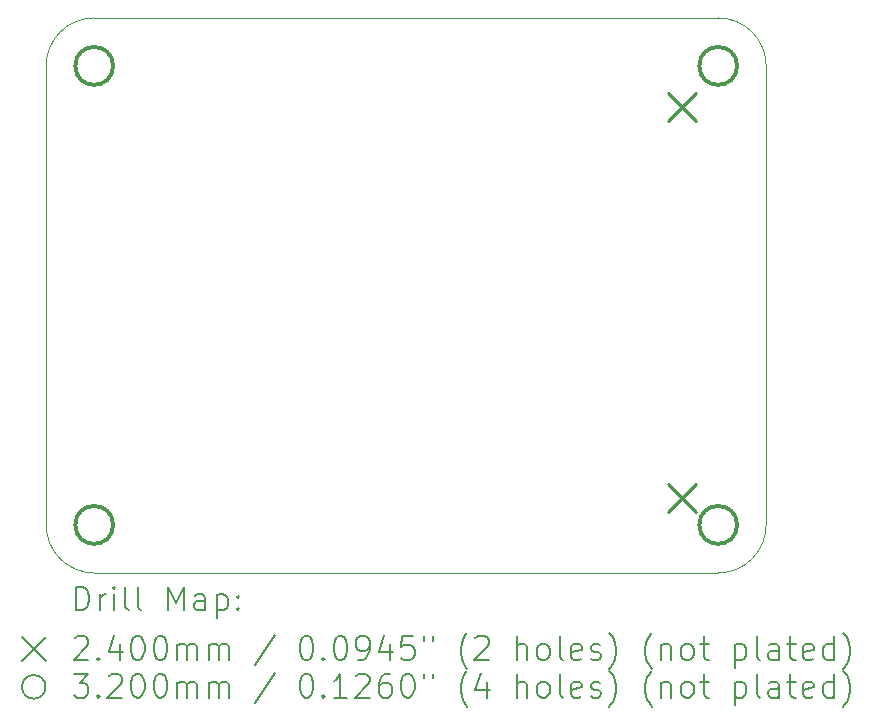
<source format=gbr>
%FSLAX45Y45*%
G04 Gerber Fmt 4.5, Leading zero omitted, Abs format (unit mm)*
G04 Created by KiCad (PCBNEW (6.0.0)) date 2022-01-04 00:39:00*
%MOMM*%
%LPD*%
G01*
G04 APERTURE LIST*
%TA.AperFunction,Profile*%
%ADD10C,0.100000*%
%TD*%
%ADD11C,0.200000*%
%ADD12C,0.240000*%
%ADD13C,0.320000*%
G04 APERTURE END LIST*
D10*
X12979400Y-4445000D02*
X18262600Y-4445000D01*
X12573000Y-8737600D02*
X12573000Y-4851400D01*
X12979400Y-4445000D02*
G75*
G03*
X12573000Y-4851400I0J-406400D01*
G01*
X18669000Y-4851400D02*
X18669000Y-8737600D01*
X18262600Y-9144000D02*
X12979400Y-9144000D01*
X12573000Y-8737600D02*
G75*
G03*
X12979400Y-9144000I406400J0D01*
G01*
X18669000Y-4851400D02*
G75*
G03*
X18262600Y-4445000I-406400J0D01*
G01*
X18262600Y-9144000D02*
G75*
G03*
X18669000Y-8737600I0J406400D01*
G01*
D11*
D12*
X17837750Y-5077500D02*
X18077750Y-5317500D01*
X18077750Y-5077500D02*
X17837750Y-5317500D01*
X17837750Y-8387500D02*
X18077750Y-8627500D01*
X18077750Y-8387500D02*
X17837750Y-8627500D01*
D13*
X13139400Y-4851400D02*
G75*
G03*
X13139400Y-4851400I-160000J0D01*
G01*
X13139400Y-8737600D02*
G75*
G03*
X13139400Y-8737600I-160000J0D01*
G01*
X18422600Y-4851400D02*
G75*
G03*
X18422600Y-4851400I-160000J0D01*
G01*
X18422600Y-8737600D02*
G75*
G03*
X18422600Y-8737600I-160000J0D01*
G01*
D11*
X12825619Y-9459476D02*
X12825619Y-9259476D01*
X12873238Y-9259476D01*
X12901809Y-9269000D01*
X12920857Y-9288048D01*
X12930381Y-9307095D01*
X12939905Y-9345190D01*
X12939905Y-9373762D01*
X12930381Y-9411857D01*
X12920857Y-9430905D01*
X12901809Y-9449952D01*
X12873238Y-9459476D01*
X12825619Y-9459476D01*
X13025619Y-9459476D02*
X13025619Y-9326143D01*
X13025619Y-9364238D02*
X13035143Y-9345190D01*
X13044667Y-9335667D01*
X13063714Y-9326143D01*
X13082762Y-9326143D01*
X13149428Y-9459476D02*
X13149428Y-9326143D01*
X13149428Y-9259476D02*
X13139905Y-9269000D01*
X13149428Y-9278524D01*
X13158952Y-9269000D01*
X13149428Y-9259476D01*
X13149428Y-9278524D01*
X13273238Y-9459476D02*
X13254190Y-9449952D01*
X13244667Y-9430905D01*
X13244667Y-9259476D01*
X13378000Y-9459476D02*
X13358952Y-9449952D01*
X13349428Y-9430905D01*
X13349428Y-9259476D01*
X13606571Y-9459476D02*
X13606571Y-9259476D01*
X13673238Y-9402333D01*
X13739905Y-9259476D01*
X13739905Y-9459476D01*
X13920857Y-9459476D02*
X13920857Y-9354714D01*
X13911333Y-9335667D01*
X13892286Y-9326143D01*
X13854190Y-9326143D01*
X13835143Y-9335667D01*
X13920857Y-9449952D02*
X13901809Y-9459476D01*
X13854190Y-9459476D01*
X13835143Y-9449952D01*
X13825619Y-9430905D01*
X13825619Y-9411857D01*
X13835143Y-9392810D01*
X13854190Y-9383286D01*
X13901809Y-9383286D01*
X13920857Y-9373762D01*
X14016095Y-9326143D02*
X14016095Y-9526143D01*
X14016095Y-9335667D02*
X14035143Y-9326143D01*
X14073238Y-9326143D01*
X14092286Y-9335667D01*
X14101809Y-9345190D01*
X14111333Y-9364238D01*
X14111333Y-9421381D01*
X14101809Y-9440429D01*
X14092286Y-9449952D01*
X14073238Y-9459476D01*
X14035143Y-9459476D01*
X14016095Y-9449952D01*
X14197048Y-9440429D02*
X14206571Y-9449952D01*
X14197048Y-9459476D01*
X14187524Y-9449952D01*
X14197048Y-9440429D01*
X14197048Y-9459476D01*
X14197048Y-9335667D02*
X14206571Y-9345190D01*
X14197048Y-9354714D01*
X14187524Y-9345190D01*
X14197048Y-9335667D01*
X14197048Y-9354714D01*
X12368000Y-9689000D02*
X12568000Y-9889000D01*
X12568000Y-9689000D02*
X12368000Y-9889000D01*
X12816095Y-9698524D02*
X12825619Y-9689000D01*
X12844667Y-9679476D01*
X12892286Y-9679476D01*
X12911333Y-9689000D01*
X12920857Y-9698524D01*
X12930381Y-9717571D01*
X12930381Y-9736619D01*
X12920857Y-9765190D01*
X12806571Y-9879476D01*
X12930381Y-9879476D01*
X13016095Y-9860429D02*
X13025619Y-9869952D01*
X13016095Y-9879476D01*
X13006571Y-9869952D01*
X13016095Y-9860429D01*
X13016095Y-9879476D01*
X13197048Y-9746143D02*
X13197048Y-9879476D01*
X13149428Y-9669952D02*
X13101809Y-9812810D01*
X13225619Y-9812810D01*
X13339905Y-9679476D02*
X13358952Y-9679476D01*
X13378000Y-9689000D01*
X13387524Y-9698524D01*
X13397048Y-9717571D01*
X13406571Y-9755667D01*
X13406571Y-9803286D01*
X13397048Y-9841381D01*
X13387524Y-9860429D01*
X13378000Y-9869952D01*
X13358952Y-9879476D01*
X13339905Y-9879476D01*
X13320857Y-9869952D01*
X13311333Y-9860429D01*
X13301809Y-9841381D01*
X13292286Y-9803286D01*
X13292286Y-9755667D01*
X13301809Y-9717571D01*
X13311333Y-9698524D01*
X13320857Y-9689000D01*
X13339905Y-9679476D01*
X13530381Y-9679476D02*
X13549428Y-9679476D01*
X13568476Y-9689000D01*
X13578000Y-9698524D01*
X13587524Y-9717571D01*
X13597048Y-9755667D01*
X13597048Y-9803286D01*
X13587524Y-9841381D01*
X13578000Y-9860429D01*
X13568476Y-9869952D01*
X13549428Y-9879476D01*
X13530381Y-9879476D01*
X13511333Y-9869952D01*
X13501809Y-9860429D01*
X13492286Y-9841381D01*
X13482762Y-9803286D01*
X13482762Y-9755667D01*
X13492286Y-9717571D01*
X13501809Y-9698524D01*
X13511333Y-9689000D01*
X13530381Y-9679476D01*
X13682762Y-9879476D02*
X13682762Y-9746143D01*
X13682762Y-9765190D02*
X13692286Y-9755667D01*
X13711333Y-9746143D01*
X13739905Y-9746143D01*
X13758952Y-9755667D01*
X13768476Y-9774714D01*
X13768476Y-9879476D01*
X13768476Y-9774714D02*
X13778000Y-9755667D01*
X13797048Y-9746143D01*
X13825619Y-9746143D01*
X13844667Y-9755667D01*
X13854190Y-9774714D01*
X13854190Y-9879476D01*
X13949428Y-9879476D02*
X13949428Y-9746143D01*
X13949428Y-9765190D02*
X13958952Y-9755667D01*
X13978000Y-9746143D01*
X14006571Y-9746143D01*
X14025619Y-9755667D01*
X14035143Y-9774714D01*
X14035143Y-9879476D01*
X14035143Y-9774714D02*
X14044667Y-9755667D01*
X14063714Y-9746143D01*
X14092286Y-9746143D01*
X14111333Y-9755667D01*
X14120857Y-9774714D01*
X14120857Y-9879476D01*
X14511333Y-9669952D02*
X14339905Y-9927095D01*
X14768476Y-9679476D02*
X14787524Y-9679476D01*
X14806571Y-9689000D01*
X14816095Y-9698524D01*
X14825619Y-9717571D01*
X14835143Y-9755667D01*
X14835143Y-9803286D01*
X14825619Y-9841381D01*
X14816095Y-9860429D01*
X14806571Y-9869952D01*
X14787524Y-9879476D01*
X14768476Y-9879476D01*
X14749428Y-9869952D01*
X14739905Y-9860429D01*
X14730381Y-9841381D01*
X14720857Y-9803286D01*
X14720857Y-9755667D01*
X14730381Y-9717571D01*
X14739905Y-9698524D01*
X14749428Y-9689000D01*
X14768476Y-9679476D01*
X14920857Y-9860429D02*
X14930381Y-9869952D01*
X14920857Y-9879476D01*
X14911333Y-9869952D01*
X14920857Y-9860429D01*
X14920857Y-9879476D01*
X15054190Y-9679476D02*
X15073238Y-9679476D01*
X15092286Y-9689000D01*
X15101809Y-9698524D01*
X15111333Y-9717571D01*
X15120857Y-9755667D01*
X15120857Y-9803286D01*
X15111333Y-9841381D01*
X15101809Y-9860429D01*
X15092286Y-9869952D01*
X15073238Y-9879476D01*
X15054190Y-9879476D01*
X15035143Y-9869952D01*
X15025619Y-9860429D01*
X15016095Y-9841381D01*
X15006571Y-9803286D01*
X15006571Y-9755667D01*
X15016095Y-9717571D01*
X15025619Y-9698524D01*
X15035143Y-9689000D01*
X15054190Y-9679476D01*
X15216095Y-9879476D02*
X15254190Y-9879476D01*
X15273238Y-9869952D01*
X15282762Y-9860429D01*
X15301809Y-9831857D01*
X15311333Y-9793762D01*
X15311333Y-9717571D01*
X15301809Y-9698524D01*
X15292286Y-9689000D01*
X15273238Y-9679476D01*
X15235143Y-9679476D01*
X15216095Y-9689000D01*
X15206571Y-9698524D01*
X15197048Y-9717571D01*
X15197048Y-9765190D01*
X15206571Y-9784238D01*
X15216095Y-9793762D01*
X15235143Y-9803286D01*
X15273238Y-9803286D01*
X15292286Y-9793762D01*
X15301809Y-9784238D01*
X15311333Y-9765190D01*
X15482762Y-9746143D02*
X15482762Y-9879476D01*
X15435143Y-9669952D02*
X15387524Y-9812810D01*
X15511333Y-9812810D01*
X15682762Y-9679476D02*
X15587524Y-9679476D01*
X15578000Y-9774714D01*
X15587524Y-9765190D01*
X15606571Y-9755667D01*
X15654190Y-9755667D01*
X15673238Y-9765190D01*
X15682762Y-9774714D01*
X15692286Y-9793762D01*
X15692286Y-9841381D01*
X15682762Y-9860429D01*
X15673238Y-9869952D01*
X15654190Y-9879476D01*
X15606571Y-9879476D01*
X15587524Y-9869952D01*
X15578000Y-9860429D01*
X15768476Y-9679476D02*
X15768476Y-9717571D01*
X15844667Y-9679476D02*
X15844667Y-9717571D01*
X16139905Y-9955667D02*
X16130381Y-9946143D01*
X16111333Y-9917571D01*
X16101809Y-9898524D01*
X16092286Y-9869952D01*
X16082762Y-9822333D01*
X16082762Y-9784238D01*
X16092286Y-9736619D01*
X16101809Y-9708048D01*
X16111333Y-9689000D01*
X16130381Y-9660429D01*
X16139905Y-9650905D01*
X16206571Y-9698524D02*
X16216095Y-9689000D01*
X16235143Y-9679476D01*
X16282762Y-9679476D01*
X16301809Y-9689000D01*
X16311333Y-9698524D01*
X16320857Y-9717571D01*
X16320857Y-9736619D01*
X16311333Y-9765190D01*
X16197048Y-9879476D01*
X16320857Y-9879476D01*
X16558952Y-9879476D02*
X16558952Y-9679476D01*
X16644667Y-9879476D02*
X16644667Y-9774714D01*
X16635143Y-9755667D01*
X16616095Y-9746143D01*
X16587524Y-9746143D01*
X16568476Y-9755667D01*
X16558952Y-9765190D01*
X16768476Y-9879476D02*
X16749428Y-9869952D01*
X16739905Y-9860429D01*
X16730381Y-9841381D01*
X16730381Y-9784238D01*
X16739905Y-9765190D01*
X16749428Y-9755667D01*
X16768476Y-9746143D01*
X16797048Y-9746143D01*
X16816095Y-9755667D01*
X16825619Y-9765190D01*
X16835143Y-9784238D01*
X16835143Y-9841381D01*
X16825619Y-9860429D01*
X16816095Y-9869952D01*
X16797048Y-9879476D01*
X16768476Y-9879476D01*
X16949429Y-9879476D02*
X16930381Y-9869952D01*
X16920857Y-9850905D01*
X16920857Y-9679476D01*
X17101810Y-9869952D02*
X17082762Y-9879476D01*
X17044667Y-9879476D01*
X17025619Y-9869952D01*
X17016095Y-9850905D01*
X17016095Y-9774714D01*
X17025619Y-9755667D01*
X17044667Y-9746143D01*
X17082762Y-9746143D01*
X17101810Y-9755667D01*
X17111333Y-9774714D01*
X17111333Y-9793762D01*
X17016095Y-9812810D01*
X17187524Y-9869952D02*
X17206571Y-9879476D01*
X17244667Y-9879476D01*
X17263714Y-9869952D01*
X17273238Y-9850905D01*
X17273238Y-9841381D01*
X17263714Y-9822333D01*
X17244667Y-9812810D01*
X17216095Y-9812810D01*
X17197048Y-9803286D01*
X17187524Y-9784238D01*
X17187524Y-9774714D01*
X17197048Y-9755667D01*
X17216095Y-9746143D01*
X17244667Y-9746143D01*
X17263714Y-9755667D01*
X17339905Y-9955667D02*
X17349429Y-9946143D01*
X17368476Y-9917571D01*
X17378000Y-9898524D01*
X17387524Y-9869952D01*
X17397048Y-9822333D01*
X17397048Y-9784238D01*
X17387524Y-9736619D01*
X17378000Y-9708048D01*
X17368476Y-9689000D01*
X17349429Y-9660429D01*
X17339905Y-9650905D01*
X17701810Y-9955667D02*
X17692286Y-9946143D01*
X17673238Y-9917571D01*
X17663714Y-9898524D01*
X17654190Y-9869952D01*
X17644667Y-9822333D01*
X17644667Y-9784238D01*
X17654190Y-9736619D01*
X17663714Y-9708048D01*
X17673238Y-9689000D01*
X17692286Y-9660429D01*
X17701810Y-9650905D01*
X17778000Y-9746143D02*
X17778000Y-9879476D01*
X17778000Y-9765190D02*
X17787524Y-9755667D01*
X17806571Y-9746143D01*
X17835143Y-9746143D01*
X17854190Y-9755667D01*
X17863714Y-9774714D01*
X17863714Y-9879476D01*
X17987524Y-9879476D02*
X17968476Y-9869952D01*
X17958952Y-9860429D01*
X17949429Y-9841381D01*
X17949429Y-9784238D01*
X17958952Y-9765190D01*
X17968476Y-9755667D01*
X17987524Y-9746143D01*
X18016095Y-9746143D01*
X18035143Y-9755667D01*
X18044667Y-9765190D01*
X18054190Y-9784238D01*
X18054190Y-9841381D01*
X18044667Y-9860429D01*
X18035143Y-9869952D01*
X18016095Y-9879476D01*
X17987524Y-9879476D01*
X18111333Y-9746143D02*
X18187524Y-9746143D01*
X18139905Y-9679476D02*
X18139905Y-9850905D01*
X18149429Y-9869952D01*
X18168476Y-9879476D01*
X18187524Y-9879476D01*
X18406571Y-9746143D02*
X18406571Y-9946143D01*
X18406571Y-9755667D02*
X18425619Y-9746143D01*
X18463714Y-9746143D01*
X18482762Y-9755667D01*
X18492286Y-9765190D01*
X18501810Y-9784238D01*
X18501810Y-9841381D01*
X18492286Y-9860429D01*
X18482762Y-9869952D01*
X18463714Y-9879476D01*
X18425619Y-9879476D01*
X18406571Y-9869952D01*
X18616095Y-9879476D02*
X18597048Y-9869952D01*
X18587524Y-9850905D01*
X18587524Y-9679476D01*
X18778000Y-9879476D02*
X18778000Y-9774714D01*
X18768476Y-9755667D01*
X18749429Y-9746143D01*
X18711333Y-9746143D01*
X18692286Y-9755667D01*
X18778000Y-9869952D02*
X18758952Y-9879476D01*
X18711333Y-9879476D01*
X18692286Y-9869952D01*
X18682762Y-9850905D01*
X18682762Y-9831857D01*
X18692286Y-9812810D01*
X18711333Y-9803286D01*
X18758952Y-9803286D01*
X18778000Y-9793762D01*
X18844667Y-9746143D02*
X18920857Y-9746143D01*
X18873238Y-9679476D02*
X18873238Y-9850905D01*
X18882762Y-9869952D01*
X18901810Y-9879476D01*
X18920857Y-9879476D01*
X19063714Y-9869952D02*
X19044667Y-9879476D01*
X19006571Y-9879476D01*
X18987524Y-9869952D01*
X18978000Y-9850905D01*
X18978000Y-9774714D01*
X18987524Y-9755667D01*
X19006571Y-9746143D01*
X19044667Y-9746143D01*
X19063714Y-9755667D01*
X19073238Y-9774714D01*
X19073238Y-9793762D01*
X18978000Y-9812810D01*
X19244667Y-9879476D02*
X19244667Y-9679476D01*
X19244667Y-9869952D02*
X19225619Y-9879476D01*
X19187524Y-9879476D01*
X19168476Y-9869952D01*
X19158952Y-9860429D01*
X19149429Y-9841381D01*
X19149429Y-9784238D01*
X19158952Y-9765190D01*
X19168476Y-9755667D01*
X19187524Y-9746143D01*
X19225619Y-9746143D01*
X19244667Y-9755667D01*
X19320857Y-9955667D02*
X19330381Y-9946143D01*
X19349429Y-9917571D01*
X19358952Y-9898524D01*
X19368476Y-9869952D01*
X19378000Y-9822333D01*
X19378000Y-9784238D01*
X19368476Y-9736619D01*
X19358952Y-9708048D01*
X19349429Y-9689000D01*
X19330381Y-9660429D01*
X19320857Y-9650905D01*
X12568000Y-10109000D02*
G75*
G03*
X12568000Y-10109000I-100000J0D01*
G01*
X12806571Y-9999476D02*
X12930381Y-9999476D01*
X12863714Y-10075667D01*
X12892286Y-10075667D01*
X12911333Y-10085190D01*
X12920857Y-10094714D01*
X12930381Y-10113762D01*
X12930381Y-10161381D01*
X12920857Y-10180429D01*
X12911333Y-10189952D01*
X12892286Y-10199476D01*
X12835143Y-10199476D01*
X12816095Y-10189952D01*
X12806571Y-10180429D01*
X13016095Y-10180429D02*
X13025619Y-10189952D01*
X13016095Y-10199476D01*
X13006571Y-10189952D01*
X13016095Y-10180429D01*
X13016095Y-10199476D01*
X13101809Y-10018524D02*
X13111333Y-10009000D01*
X13130381Y-9999476D01*
X13178000Y-9999476D01*
X13197048Y-10009000D01*
X13206571Y-10018524D01*
X13216095Y-10037571D01*
X13216095Y-10056619D01*
X13206571Y-10085190D01*
X13092286Y-10199476D01*
X13216095Y-10199476D01*
X13339905Y-9999476D02*
X13358952Y-9999476D01*
X13378000Y-10009000D01*
X13387524Y-10018524D01*
X13397048Y-10037571D01*
X13406571Y-10075667D01*
X13406571Y-10123286D01*
X13397048Y-10161381D01*
X13387524Y-10180429D01*
X13378000Y-10189952D01*
X13358952Y-10199476D01*
X13339905Y-10199476D01*
X13320857Y-10189952D01*
X13311333Y-10180429D01*
X13301809Y-10161381D01*
X13292286Y-10123286D01*
X13292286Y-10075667D01*
X13301809Y-10037571D01*
X13311333Y-10018524D01*
X13320857Y-10009000D01*
X13339905Y-9999476D01*
X13530381Y-9999476D02*
X13549428Y-9999476D01*
X13568476Y-10009000D01*
X13578000Y-10018524D01*
X13587524Y-10037571D01*
X13597048Y-10075667D01*
X13597048Y-10123286D01*
X13587524Y-10161381D01*
X13578000Y-10180429D01*
X13568476Y-10189952D01*
X13549428Y-10199476D01*
X13530381Y-10199476D01*
X13511333Y-10189952D01*
X13501809Y-10180429D01*
X13492286Y-10161381D01*
X13482762Y-10123286D01*
X13482762Y-10075667D01*
X13492286Y-10037571D01*
X13501809Y-10018524D01*
X13511333Y-10009000D01*
X13530381Y-9999476D01*
X13682762Y-10199476D02*
X13682762Y-10066143D01*
X13682762Y-10085190D02*
X13692286Y-10075667D01*
X13711333Y-10066143D01*
X13739905Y-10066143D01*
X13758952Y-10075667D01*
X13768476Y-10094714D01*
X13768476Y-10199476D01*
X13768476Y-10094714D02*
X13778000Y-10075667D01*
X13797048Y-10066143D01*
X13825619Y-10066143D01*
X13844667Y-10075667D01*
X13854190Y-10094714D01*
X13854190Y-10199476D01*
X13949428Y-10199476D02*
X13949428Y-10066143D01*
X13949428Y-10085190D02*
X13958952Y-10075667D01*
X13978000Y-10066143D01*
X14006571Y-10066143D01*
X14025619Y-10075667D01*
X14035143Y-10094714D01*
X14035143Y-10199476D01*
X14035143Y-10094714D02*
X14044667Y-10075667D01*
X14063714Y-10066143D01*
X14092286Y-10066143D01*
X14111333Y-10075667D01*
X14120857Y-10094714D01*
X14120857Y-10199476D01*
X14511333Y-9989952D02*
X14339905Y-10247095D01*
X14768476Y-9999476D02*
X14787524Y-9999476D01*
X14806571Y-10009000D01*
X14816095Y-10018524D01*
X14825619Y-10037571D01*
X14835143Y-10075667D01*
X14835143Y-10123286D01*
X14825619Y-10161381D01*
X14816095Y-10180429D01*
X14806571Y-10189952D01*
X14787524Y-10199476D01*
X14768476Y-10199476D01*
X14749428Y-10189952D01*
X14739905Y-10180429D01*
X14730381Y-10161381D01*
X14720857Y-10123286D01*
X14720857Y-10075667D01*
X14730381Y-10037571D01*
X14739905Y-10018524D01*
X14749428Y-10009000D01*
X14768476Y-9999476D01*
X14920857Y-10180429D02*
X14930381Y-10189952D01*
X14920857Y-10199476D01*
X14911333Y-10189952D01*
X14920857Y-10180429D01*
X14920857Y-10199476D01*
X15120857Y-10199476D02*
X15006571Y-10199476D01*
X15063714Y-10199476D02*
X15063714Y-9999476D01*
X15044667Y-10028048D01*
X15025619Y-10047095D01*
X15006571Y-10056619D01*
X15197048Y-10018524D02*
X15206571Y-10009000D01*
X15225619Y-9999476D01*
X15273238Y-9999476D01*
X15292286Y-10009000D01*
X15301809Y-10018524D01*
X15311333Y-10037571D01*
X15311333Y-10056619D01*
X15301809Y-10085190D01*
X15187524Y-10199476D01*
X15311333Y-10199476D01*
X15482762Y-9999476D02*
X15444667Y-9999476D01*
X15425619Y-10009000D01*
X15416095Y-10018524D01*
X15397048Y-10047095D01*
X15387524Y-10085190D01*
X15387524Y-10161381D01*
X15397048Y-10180429D01*
X15406571Y-10189952D01*
X15425619Y-10199476D01*
X15463714Y-10199476D01*
X15482762Y-10189952D01*
X15492286Y-10180429D01*
X15501809Y-10161381D01*
X15501809Y-10113762D01*
X15492286Y-10094714D01*
X15482762Y-10085190D01*
X15463714Y-10075667D01*
X15425619Y-10075667D01*
X15406571Y-10085190D01*
X15397048Y-10094714D01*
X15387524Y-10113762D01*
X15625619Y-9999476D02*
X15644667Y-9999476D01*
X15663714Y-10009000D01*
X15673238Y-10018524D01*
X15682762Y-10037571D01*
X15692286Y-10075667D01*
X15692286Y-10123286D01*
X15682762Y-10161381D01*
X15673238Y-10180429D01*
X15663714Y-10189952D01*
X15644667Y-10199476D01*
X15625619Y-10199476D01*
X15606571Y-10189952D01*
X15597048Y-10180429D01*
X15587524Y-10161381D01*
X15578000Y-10123286D01*
X15578000Y-10075667D01*
X15587524Y-10037571D01*
X15597048Y-10018524D01*
X15606571Y-10009000D01*
X15625619Y-9999476D01*
X15768476Y-9999476D02*
X15768476Y-10037571D01*
X15844667Y-9999476D02*
X15844667Y-10037571D01*
X16139905Y-10275667D02*
X16130381Y-10266143D01*
X16111333Y-10237571D01*
X16101809Y-10218524D01*
X16092286Y-10189952D01*
X16082762Y-10142333D01*
X16082762Y-10104238D01*
X16092286Y-10056619D01*
X16101809Y-10028048D01*
X16111333Y-10009000D01*
X16130381Y-9980429D01*
X16139905Y-9970905D01*
X16301809Y-10066143D02*
X16301809Y-10199476D01*
X16254190Y-9989952D02*
X16206571Y-10132810D01*
X16330381Y-10132810D01*
X16558952Y-10199476D02*
X16558952Y-9999476D01*
X16644667Y-10199476D02*
X16644667Y-10094714D01*
X16635143Y-10075667D01*
X16616095Y-10066143D01*
X16587524Y-10066143D01*
X16568476Y-10075667D01*
X16558952Y-10085190D01*
X16768476Y-10199476D02*
X16749428Y-10189952D01*
X16739905Y-10180429D01*
X16730381Y-10161381D01*
X16730381Y-10104238D01*
X16739905Y-10085190D01*
X16749428Y-10075667D01*
X16768476Y-10066143D01*
X16797048Y-10066143D01*
X16816095Y-10075667D01*
X16825619Y-10085190D01*
X16835143Y-10104238D01*
X16835143Y-10161381D01*
X16825619Y-10180429D01*
X16816095Y-10189952D01*
X16797048Y-10199476D01*
X16768476Y-10199476D01*
X16949429Y-10199476D02*
X16930381Y-10189952D01*
X16920857Y-10170905D01*
X16920857Y-9999476D01*
X17101810Y-10189952D02*
X17082762Y-10199476D01*
X17044667Y-10199476D01*
X17025619Y-10189952D01*
X17016095Y-10170905D01*
X17016095Y-10094714D01*
X17025619Y-10075667D01*
X17044667Y-10066143D01*
X17082762Y-10066143D01*
X17101810Y-10075667D01*
X17111333Y-10094714D01*
X17111333Y-10113762D01*
X17016095Y-10132810D01*
X17187524Y-10189952D02*
X17206571Y-10199476D01*
X17244667Y-10199476D01*
X17263714Y-10189952D01*
X17273238Y-10170905D01*
X17273238Y-10161381D01*
X17263714Y-10142333D01*
X17244667Y-10132810D01*
X17216095Y-10132810D01*
X17197048Y-10123286D01*
X17187524Y-10104238D01*
X17187524Y-10094714D01*
X17197048Y-10075667D01*
X17216095Y-10066143D01*
X17244667Y-10066143D01*
X17263714Y-10075667D01*
X17339905Y-10275667D02*
X17349429Y-10266143D01*
X17368476Y-10237571D01*
X17378000Y-10218524D01*
X17387524Y-10189952D01*
X17397048Y-10142333D01*
X17397048Y-10104238D01*
X17387524Y-10056619D01*
X17378000Y-10028048D01*
X17368476Y-10009000D01*
X17349429Y-9980429D01*
X17339905Y-9970905D01*
X17701810Y-10275667D02*
X17692286Y-10266143D01*
X17673238Y-10237571D01*
X17663714Y-10218524D01*
X17654190Y-10189952D01*
X17644667Y-10142333D01*
X17644667Y-10104238D01*
X17654190Y-10056619D01*
X17663714Y-10028048D01*
X17673238Y-10009000D01*
X17692286Y-9980429D01*
X17701810Y-9970905D01*
X17778000Y-10066143D02*
X17778000Y-10199476D01*
X17778000Y-10085190D02*
X17787524Y-10075667D01*
X17806571Y-10066143D01*
X17835143Y-10066143D01*
X17854190Y-10075667D01*
X17863714Y-10094714D01*
X17863714Y-10199476D01*
X17987524Y-10199476D02*
X17968476Y-10189952D01*
X17958952Y-10180429D01*
X17949429Y-10161381D01*
X17949429Y-10104238D01*
X17958952Y-10085190D01*
X17968476Y-10075667D01*
X17987524Y-10066143D01*
X18016095Y-10066143D01*
X18035143Y-10075667D01*
X18044667Y-10085190D01*
X18054190Y-10104238D01*
X18054190Y-10161381D01*
X18044667Y-10180429D01*
X18035143Y-10189952D01*
X18016095Y-10199476D01*
X17987524Y-10199476D01*
X18111333Y-10066143D02*
X18187524Y-10066143D01*
X18139905Y-9999476D02*
X18139905Y-10170905D01*
X18149429Y-10189952D01*
X18168476Y-10199476D01*
X18187524Y-10199476D01*
X18406571Y-10066143D02*
X18406571Y-10266143D01*
X18406571Y-10075667D02*
X18425619Y-10066143D01*
X18463714Y-10066143D01*
X18482762Y-10075667D01*
X18492286Y-10085190D01*
X18501810Y-10104238D01*
X18501810Y-10161381D01*
X18492286Y-10180429D01*
X18482762Y-10189952D01*
X18463714Y-10199476D01*
X18425619Y-10199476D01*
X18406571Y-10189952D01*
X18616095Y-10199476D02*
X18597048Y-10189952D01*
X18587524Y-10170905D01*
X18587524Y-9999476D01*
X18778000Y-10199476D02*
X18778000Y-10094714D01*
X18768476Y-10075667D01*
X18749429Y-10066143D01*
X18711333Y-10066143D01*
X18692286Y-10075667D01*
X18778000Y-10189952D02*
X18758952Y-10199476D01*
X18711333Y-10199476D01*
X18692286Y-10189952D01*
X18682762Y-10170905D01*
X18682762Y-10151857D01*
X18692286Y-10132810D01*
X18711333Y-10123286D01*
X18758952Y-10123286D01*
X18778000Y-10113762D01*
X18844667Y-10066143D02*
X18920857Y-10066143D01*
X18873238Y-9999476D02*
X18873238Y-10170905D01*
X18882762Y-10189952D01*
X18901810Y-10199476D01*
X18920857Y-10199476D01*
X19063714Y-10189952D02*
X19044667Y-10199476D01*
X19006571Y-10199476D01*
X18987524Y-10189952D01*
X18978000Y-10170905D01*
X18978000Y-10094714D01*
X18987524Y-10075667D01*
X19006571Y-10066143D01*
X19044667Y-10066143D01*
X19063714Y-10075667D01*
X19073238Y-10094714D01*
X19073238Y-10113762D01*
X18978000Y-10132810D01*
X19244667Y-10199476D02*
X19244667Y-9999476D01*
X19244667Y-10189952D02*
X19225619Y-10199476D01*
X19187524Y-10199476D01*
X19168476Y-10189952D01*
X19158952Y-10180429D01*
X19149429Y-10161381D01*
X19149429Y-10104238D01*
X19158952Y-10085190D01*
X19168476Y-10075667D01*
X19187524Y-10066143D01*
X19225619Y-10066143D01*
X19244667Y-10075667D01*
X19320857Y-10275667D02*
X19330381Y-10266143D01*
X19349429Y-10237571D01*
X19358952Y-10218524D01*
X19368476Y-10189952D01*
X19378000Y-10142333D01*
X19378000Y-10104238D01*
X19368476Y-10056619D01*
X19358952Y-10028048D01*
X19349429Y-10009000D01*
X19330381Y-9980429D01*
X19320857Y-9970905D01*
M02*

</source>
